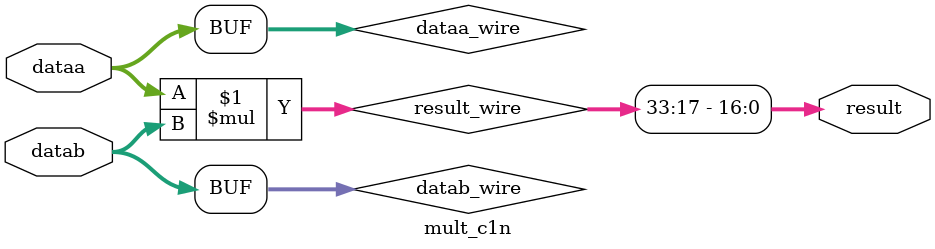
<source format=v>






//synthesis_resources = 
//synopsys translate_off
`timescale 1 ps / 1 ps
//synopsys translate_on
module  mult_c1n
	( 
	dataa,
	datab,
	result) /* synthesis synthesis_clearbox=1 */;
	input   [16:0]  dataa;
	input   [16:0]  datab;
	output   [16:0]  result;

	wire signed	[16:0]    dataa_wire;
	wire signed	[16:0]    datab_wire;
	wire signed	[33:0]    result_wire;



	assign dataa_wire = dataa;
	assign datab_wire = datab;
	assign result_wire = dataa_wire * datab_wire;
	assign result = ({result_wire[33:17]});

endmodule //mult_c1n
//VALID FILE

</source>
